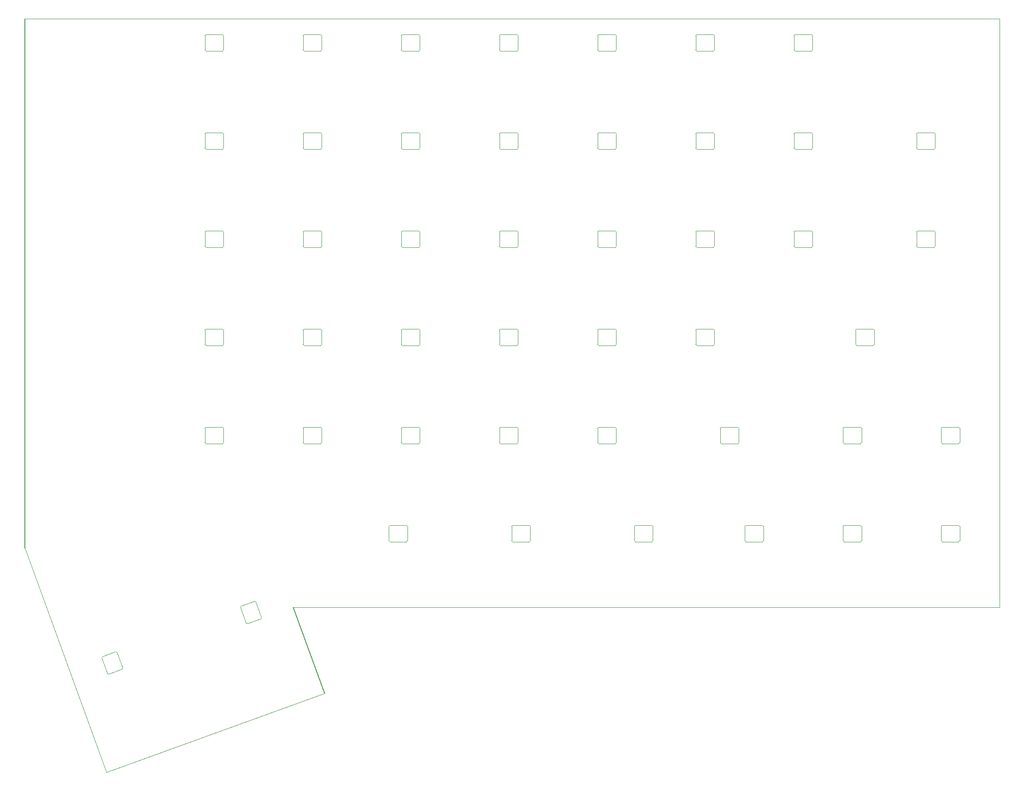
<source format=gm1>
G04 #@! TF.GenerationSoftware,KiCad,Pcbnew,(5.1.6)-1*
G04 #@! TF.CreationDate,2020-11-25T22:12:28-08:00*
G04 #@! TF.ProjectId,ortho_right,6f727468-6f5f-4726-9967-68742e6b6963,rev?*
G04 #@! TF.SameCoordinates,Original*
G04 #@! TF.FileFunction,Profile,NP*
%FSLAX46Y46*%
G04 Gerber Fmt 4.6, Leading zero omitted, Abs format (unit mm)*
G04 Created by KiCad (PCBNEW (5.1.6)-1) date 2020-11-25 22:12:28*
%MOMM*%
%LPD*%
G01*
G04 APERTURE LIST*
G04 #@! TA.AperFunction,Profile*
%ADD10C,0.150000*%
G04 #@! TD*
G04 #@! TA.AperFunction,Profile*
%ADD11C,0.050000*%
G04 #@! TD*
G04 #@! TA.AperFunction,Profile*
%ADD12C,0.120000*%
G04 #@! TD*
G04 APERTURE END LIST*
D10*
X259544500Y-145247500D02*
X253479500Y-128587500D01*
X201375000Y-14400000D02*
X201375000Y-117040000D01*
D11*
X253479500Y-128587500D02*
X390550400Y-128587500D01*
X390550400Y-14400000D02*
X201375000Y-14400000D01*
X390550400Y-128587500D02*
X390550400Y-14400000D01*
X217213000Y-160545000D02*
X259544500Y-145247500D01*
X201375000Y-117040000D02*
X217213000Y-160545000D01*
D12*
X366005600Y-77762500D02*
X362805600Y-77762500D01*
X362605600Y-77562500D02*
X362605600Y-74762500D01*
X366005600Y-74562500D02*
X362805600Y-74562500D01*
X366205600Y-77562500D02*
X366205600Y-74762500D01*
X362605600Y-74762500D02*
G75*
G02*
X362805600Y-74562500I200000J0D01*
G01*
X366005600Y-74562500D02*
G75*
G02*
X366205600Y-74762500I0J-200000D01*
G01*
X362805600Y-77762500D02*
G75*
G02*
X362605600Y-77562500I0J200000D01*
G01*
X366205600Y-77562500D02*
G75*
G02*
X366005600Y-77762500I-200000J0D01*
G01*
X244558121Y-131716056D02*
X247189261Y-130758400D01*
X247308795Y-130502057D02*
X246214331Y-127495041D01*
X243326849Y-128333163D02*
X245957988Y-127375506D01*
X244301779Y-131596522D02*
X243207314Y-128589505D01*
X244558121Y-131716056D02*
G75*
G02*
X244301779Y-131596522I-68404J187938D01*
G01*
X243207315Y-128589505D02*
G75*
G02*
X243326849Y-128333163I187938J68404D01*
G01*
X247308795Y-130502056D02*
G75*
G02*
X247189261Y-130758400I-187939J-68405D01*
G01*
X245957988Y-127375506D02*
G75*
G02*
X246214331Y-127495041I68404J-187939D01*
G01*
X219035795Y-137174384D02*
X216404655Y-138132040D01*
X216285121Y-138388383D02*
X217379585Y-141395399D01*
X220267067Y-140557277D02*
X217635928Y-141514934D01*
X219292137Y-137293918D02*
X220386602Y-140300935D01*
X219035795Y-137174384D02*
G75*
G02*
X219292137Y-137293918I68404J-187938D01*
G01*
X220386601Y-140300935D02*
G75*
G02*
X220267067Y-140557277I-187938J-68404D01*
G01*
X216285121Y-138388384D02*
G75*
G02*
X216404655Y-138132040I187939J68405D01*
G01*
X217635928Y-141514934D02*
G75*
G02*
X217379585Y-141395399I-68404J187939D01*
G01*
X382800000Y-96612500D02*
X382800000Y-93812500D01*
X382600000Y-93612500D02*
X379400000Y-93612500D01*
X379200000Y-96612500D02*
X379200000Y-93812500D01*
X382600000Y-96812500D02*
X379400000Y-96812500D01*
X379200000Y-93812500D02*
G75*
G02*
X379400000Y-93612500I200000J0D01*
G01*
X382600000Y-93612500D02*
G75*
G02*
X382800000Y-93812500I0J-200000D01*
G01*
X379400000Y-96812500D02*
G75*
G02*
X379200000Y-96612500I0J200000D01*
G01*
X382800000Y-96612500D02*
G75*
G02*
X382600000Y-96812500I-200000J0D01*
G01*
X363750000Y-96612500D02*
X363750000Y-93812500D01*
X363550000Y-93612500D02*
X360350000Y-93612500D01*
X360150000Y-96612500D02*
X360150000Y-93812500D01*
X363550000Y-96812500D02*
X360350000Y-96812500D01*
X360150000Y-93812500D02*
G75*
G02*
X360350000Y-93612500I200000J0D01*
G01*
X363550000Y-93612500D02*
G75*
G02*
X363750000Y-93812500I0J-200000D01*
G01*
X360350000Y-96812500D02*
G75*
G02*
X360150000Y-96612500I0J200000D01*
G01*
X363750000Y-96612500D02*
G75*
G02*
X363550000Y-96812500I-200000J0D01*
G01*
X339938000Y-96612500D02*
X339938000Y-93812500D01*
X339738000Y-93612500D02*
X336538000Y-93612500D01*
X336338000Y-96612500D02*
X336338000Y-93812500D01*
X339738000Y-96812500D02*
X336538000Y-96812500D01*
X339938000Y-96612500D02*
G75*
G02*
X339738000Y-96812500I-200000J0D01*
G01*
X336538000Y-96812500D02*
G75*
G02*
X336338000Y-96612500I0J200000D01*
G01*
X339738000Y-93612500D02*
G75*
G02*
X339938000Y-93812500I0J-200000D01*
G01*
X336338000Y-93812500D02*
G75*
G02*
X336538000Y-93612500I200000J0D01*
G01*
X354225000Y-20412500D02*
X354225000Y-17612500D01*
X354025000Y-17412500D02*
X350825000Y-17412500D01*
X350625000Y-20412500D02*
X350625000Y-17612500D01*
X354025000Y-20612500D02*
X350825000Y-20612500D01*
X350625000Y-17612500D02*
G75*
G02*
X350825000Y-17412500I200000J0D01*
G01*
X354025000Y-17412500D02*
G75*
G02*
X354225000Y-17612500I0J-200000D01*
G01*
X350825000Y-20612500D02*
G75*
G02*
X350625000Y-20412500I0J200000D01*
G01*
X354225000Y-20412500D02*
G75*
G02*
X354025000Y-20612500I-200000J0D01*
G01*
X382800000Y-115662500D02*
X382800000Y-112862500D01*
X382600000Y-112662500D02*
X379400000Y-112662500D01*
X379200000Y-115662500D02*
X379200000Y-112862500D01*
X382600000Y-115862500D02*
X379400000Y-115862500D01*
X379200000Y-112862500D02*
G75*
G02*
X379400000Y-112662500I200000J0D01*
G01*
X382600000Y-112662500D02*
G75*
G02*
X382800000Y-112862500I0J-200000D01*
G01*
X379400000Y-115862500D02*
G75*
G02*
X379200000Y-115662500I0J200000D01*
G01*
X382800000Y-115662500D02*
G75*
G02*
X382600000Y-115862500I-200000J0D01*
G01*
X363750000Y-115662500D02*
X363750000Y-112862500D01*
X363550000Y-112662500D02*
X360350000Y-112662500D01*
X360150000Y-115662500D02*
X360150000Y-112862500D01*
X363550000Y-115862500D02*
X360350000Y-115862500D01*
X360150000Y-112862500D02*
G75*
G02*
X360350000Y-112662500I200000J0D01*
G01*
X363550000Y-112662500D02*
G75*
G02*
X363750000Y-112862500I0J-200000D01*
G01*
X360350000Y-115862500D02*
G75*
G02*
X360150000Y-115662500I0J200000D01*
G01*
X363750000Y-115662500D02*
G75*
G02*
X363550000Y-115862500I-200000J0D01*
G01*
X344700000Y-115662500D02*
X344700000Y-112862500D01*
X344500000Y-112662500D02*
X341300000Y-112662500D01*
X341100000Y-115662500D02*
X341100000Y-112862500D01*
X344500000Y-115862500D02*
X341300000Y-115862500D01*
X341100000Y-112862500D02*
G75*
G02*
X341300000Y-112662500I200000J0D01*
G01*
X344500000Y-112662500D02*
G75*
G02*
X344700000Y-112862500I0J-200000D01*
G01*
X341300000Y-115862500D02*
G75*
G02*
X341100000Y-115662500I0J200000D01*
G01*
X344700000Y-115662500D02*
G75*
G02*
X344500000Y-115862500I-200000J0D01*
G01*
X323068500Y-115862500D02*
X319868500Y-115862500D01*
X319668500Y-115662500D02*
X319668500Y-112862500D01*
X323068500Y-112662500D02*
X319868500Y-112662500D01*
X323268500Y-115662500D02*
X323268500Y-112862500D01*
X319668500Y-112862500D02*
G75*
G02*
X319868500Y-112662500I200000J0D01*
G01*
X323068500Y-112662500D02*
G75*
G02*
X323268500Y-112862500I0J-200000D01*
G01*
X319868500Y-115862500D02*
G75*
G02*
X319668500Y-115662500I0J200000D01*
G01*
X323268500Y-115662500D02*
G75*
G02*
X323068500Y-115862500I-200000J0D01*
G01*
X239925000Y-96612500D02*
X239925000Y-93812500D01*
X239725000Y-93612500D02*
X236525000Y-93612500D01*
X236325000Y-96612500D02*
X236325000Y-93812500D01*
X239725000Y-96812500D02*
X236525000Y-96812500D01*
X236325000Y-93812500D02*
G75*
G02*
X236525000Y-93612500I200000J0D01*
G01*
X239725000Y-93612500D02*
G75*
G02*
X239925000Y-93812500I0J-200000D01*
G01*
X236525000Y-96812500D02*
G75*
G02*
X236325000Y-96612500I0J200000D01*
G01*
X239925000Y-96612500D02*
G75*
G02*
X239725000Y-96812500I-200000J0D01*
G01*
X239925000Y-77562500D02*
X239925000Y-74762500D01*
X239725000Y-74562500D02*
X236525000Y-74562500D01*
X236325000Y-77562500D02*
X236325000Y-74762500D01*
X239725000Y-77762500D02*
X236525000Y-77762500D01*
X236325000Y-74762500D02*
G75*
G02*
X236525000Y-74562500I200000J0D01*
G01*
X239725000Y-74562500D02*
G75*
G02*
X239925000Y-74762500I0J-200000D01*
G01*
X236525000Y-77762500D02*
G75*
G02*
X236325000Y-77562500I0J200000D01*
G01*
X239925000Y-77562500D02*
G75*
G02*
X239725000Y-77762500I-200000J0D01*
G01*
X378038000Y-58512500D02*
X378038000Y-55712500D01*
X377838000Y-55512500D02*
X374638000Y-55512500D01*
X374438000Y-58512500D02*
X374438000Y-55712500D01*
X377838000Y-58712500D02*
X374638000Y-58712500D01*
X378038000Y-58512500D02*
G75*
G02*
X377838000Y-58712500I-200000J0D01*
G01*
X374638000Y-58712500D02*
G75*
G02*
X374438000Y-58512500I0J200000D01*
G01*
X377838000Y-55512500D02*
G75*
G02*
X378038000Y-55712500I0J-200000D01*
G01*
X374438000Y-55712500D02*
G75*
G02*
X374638000Y-55512500I200000J0D01*
G01*
X239925000Y-58512500D02*
X239925000Y-55712500D01*
X239725000Y-55512500D02*
X236525000Y-55512500D01*
X236325000Y-58512500D02*
X236325000Y-55712500D01*
X239725000Y-58712500D02*
X236525000Y-58712500D01*
X236325000Y-55712500D02*
G75*
G02*
X236525000Y-55512500I200000J0D01*
G01*
X239725000Y-55512500D02*
G75*
G02*
X239925000Y-55712500I0J-200000D01*
G01*
X236525000Y-58712500D02*
G75*
G02*
X236325000Y-58512500I0J200000D01*
G01*
X239925000Y-58512500D02*
G75*
G02*
X239725000Y-58712500I-200000J0D01*
G01*
X378038000Y-39462500D02*
X378038000Y-36662500D01*
X377838000Y-36462500D02*
X374638000Y-36462500D01*
X374438000Y-39462500D02*
X374438000Y-36662500D01*
X377838000Y-39662500D02*
X374638000Y-39662500D01*
X378038000Y-39462500D02*
G75*
G02*
X377838000Y-39662500I-200000J0D01*
G01*
X374638000Y-39662500D02*
G75*
G02*
X374438000Y-39462500I0J200000D01*
G01*
X377838000Y-36462500D02*
G75*
G02*
X378038000Y-36662500I0J-200000D01*
G01*
X374438000Y-36662500D02*
G75*
G02*
X374638000Y-36462500I200000J0D01*
G01*
X239925000Y-39462500D02*
X239925000Y-36662500D01*
X239725000Y-36462500D02*
X236525000Y-36462500D01*
X236325000Y-39462500D02*
X236325000Y-36662500D01*
X239725000Y-39662500D02*
X236525000Y-39662500D01*
X236325000Y-36662500D02*
G75*
G02*
X236525000Y-36462500I200000J0D01*
G01*
X239725000Y-36462500D02*
G75*
G02*
X239925000Y-36662500I0J-200000D01*
G01*
X236525000Y-39662500D02*
G75*
G02*
X236325000Y-39462500I0J200000D01*
G01*
X239925000Y-39462500D02*
G75*
G02*
X239725000Y-39662500I-200000J0D01*
G01*
X239925000Y-20412500D02*
X239925000Y-17612500D01*
X239725000Y-17412500D02*
X236525000Y-17412500D01*
X236325000Y-20412500D02*
X236325000Y-17612500D01*
X239725000Y-20612500D02*
X236525000Y-20612500D01*
X236325000Y-17612500D02*
G75*
G02*
X236525000Y-17412500I200000J0D01*
G01*
X239725000Y-17412500D02*
G75*
G02*
X239925000Y-17612500I0J-200000D01*
G01*
X236525000Y-20612500D02*
G75*
G02*
X236325000Y-20412500I0J200000D01*
G01*
X239925000Y-20412500D02*
G75*
G02*
X239725000Y-20612500I-200000J0D01*
G01*
X299256000Y-115862500D02*
X296056000Y-115862500D01*
X295856000Y-115662500D02*
X295856000Y-112862500D01*
X299256000Y-112662500D02*
X296056000Y-112662500D01*
X299456000Y-115662500D02*
X299456000Y-112862500D01*
X295856000Y-112862500D02*
G75*
G02*
X296056000Y-112662500I200000J0D01*
G01*
X299256000Y-112662500D02*
G75*
G02*
X299456000Y-112862500I0J-200000D01*
G01*
X296056000Y-115862500D02*
G75*
G02*
X295856000Y-115662500I0J200000D01*
G01*
X299456000Y-115662500D02*
G75*
G02*
X299256000Y-115862500I-200000J0D01*
G01*
X275443500Y-115862500D02*
X272243500Y-115862500D01*
X272043500Y-115662500D02*
X272043500Y-112862500D01*
X275443500Y-112662500D02*
X272243500Y-112662500D01*
X275643500Y-115662500D02*
X275643500Y-112862500D01*
X272043500Y-112862500D02*
G75*
G02*
X272243500Y-112662500I200000J0D01*
G01*
X275443500Y-112662500D02*
G75*
G02*
X275643500Y-112862500I0J-200000D01*
G01*
X272243500Y-115862500D02*
G75*
G02*
X272043500Y-115662500I0J200000D01*
G01*
X275643500Y-115662500D02*
G75*
G02*
X275443500Y-115862500I-200000J0D01*
G01*
X316125000Y-96612500D02*
X316125000Y-93812500D01*
X315925000Y-93612500D02*
X312725000Y-93612500D01*
X312525000Y-96612500D02*
X312525000Y-93812500D01*
X315925000Y-96812500D02*
X312725000Y-96812500D01*
X312525000Y-93812500D02*
G75*
G02*
X312725000Y-93612500I200000J0D01*
G01*
X315925000Y-93612500D02*
G75*
G02*
X316125000Y-93812500I0J-200000D01*
G01*
X312725000Y-96812500D02*
G75*
G02*
X312525000Y-96612500I0J200000D01*
G01*
X316125000Y-96612500D02*
G75*
G02*
X315925000Y-96812500I-200000J0D01*
G01*
X297075000Y-96612500D02*
X297075000Y-93812500D01*
X296875000Y-93612500D02*
X293675000Y-93612500D01*
X293475000Y-96612500D02*
X293475000Y-93812500D01*
X296875000Y-96812500D02*
X293675000Y-96812500D01*
X293475000Y-93812500D02*
G75*
G02*
X293675000Y-93612500I200000J0D01*
G01*
X296875000Y-93612500D02*
G75*
G02*
X297075000Y-93812500I0J-200000D01*
G01*
X293675000Y-96812500D02*
G75*
G02*
X293475000Y-96612500I0J200000D01*
G01*
X297075000Y-96612500D02*
G75*
G02*
X296875000Y-96812500I-200000J0D01*
G01*
X278025000Y-96612500D02*
X278025000Y-93812500D01*
X277825000Y-93612500D02*
X274625000Y-93612500D01*
X274425000Y-96612500D02*
X274425000Y-93812500D01*
X277825000Y-96812500D02*
X274625000Y-96812500D01*
X274425000Y-93812500D02*
G75*
G02*
X274625000Y-93612500I200000J0D01*
G01*
X277825000Y-93612500D02*
G75*
G02*
X278025000Y-93812500I0J-200000D01*
G01*
X274625000Y-96812500D02*
G75*
G02*
X274425000Y-96612500I0J200000D01*
G01*
X278025000Y-96612500D02*
G75*
G02*
X277825000Y-96812500I-200000J0D01*
G01*
X258975000Y-96612500D02*
X258975000Y-93812500D01*
X258775000Y-93612500D02*
X255575000Y-93612500D01*
X255375000Y-96612500D02*
X255375000Y-93812500D01*
X258775000Y-96812500D02*
X255575000Y-96812500D01*
X255375000Y-93812500D02*
G75*
G02*
X255575000Y-93612500I200000J0D01*
G01*
X258775000Y-93612500D02*
G75*
G02*
X258975000Y-93812500I0J-200000D01*
G01*
X255575000Y-96812500D02*
G75*
G02*
X255375000Y-96612500I0J200000D01*
G01*
X258975000Y-96612500D02*
G75*
G02*
X258775000Y-96812500I-200000J0D01*
G01*
X335175000Y-77562500D02*
X335175000Y-74762500D01*
X334975000Y-74562500D02*
X331775000Y-74562500D01*
X331575000Y-77562500D02*
X331575000Y-74762500D01*
X334975000Y-77762500D02*
X331775000Y-77762500D01*
X331575000Y-74762500D02*
G75*
G02*
X331775000Y-74562500I200000J0D01*
G01*
X334975000Y-74562500D02*
G75*
G02*
X335175000Y-74762500I0J-200000D01*
G01*
X331775000Y-77762500D02*
G75*
G02*
X331575000Y-77562500I0J200000D01*
G01*
X335175000Y-77562500D02*
G75*
G02*
X334975000Y-77762500I-200000J0D01*
G01*
X316125000Y-77562500D02*
X316125000Y-74762500D01*
X315925000Y-74562500D02*
X312725000Y-74562500D01*
X312525000Y-77562500D02*
X312525000Y-74762500D01*
X315925000Y-77762500D02*
X312725000Y-77762500D01*
X312525000Y-74762500D02*
G75*
G02*
X312725000Y-74562500I200000J0D01*
G01*
X315925000Y-74562500D02*
G75*
G02*
X316125000Y-74762500I0J-200000D01*
G01*
X312725000Y-77762500D02*
G75*
G02*
X312525000Y-77562500I0J200000D01*
G01*
X316125000Y-77562500D02*
G75*
G02*
X315925000Y-77762500I-200000J0D01*
G01*
X297075000Y-77562500D02*
X297075000Y-74762500D01*
X296875000Y-74562500D02*
X293675000Y-74562500D01*
X293475000Y-77562500D02*
X293475000Y-74762500D01*
X296875000Y-77762500D02*
X293675000Y-77762500D01*
X293475000Y-74762500D02*
G75*
G02*
X293675000Y-74562500I200000J0D01*
G01*
X296875000Y-74562500D02*
G75*
G02*
X297075000Y-74762500I0J-200000D01*
G01*
X293675000Y-77762500D02*
G75*
G02*
X293475000Y-77562500I0J200000D01*
G01*
X297075000Y-77562500D02*
G75*
G02*
X296875000Y-77762500I-200000J0D01*
G01*
X278025000Y-77562500D02*
X278025000Y-74762500D01*
X277825000Y-74562500D02*
X274625000Y-74562500D01*
X274425000Y-77562500D02*
X274425000Y-74762500D01*
X277825000Y-77762500D02*
X274625000Y-77762500D01*
X274425000Y-74762500D02*
G75*
G02*
X274625000Y-74562500I200000J0D01*
G01*
X277825000Y-74562500D02*
G75*
G02*
X278025000Y-74762500I0J-200000D01*
G01*
X274625000Y-77762500D02*
G75*
G02*
X274425000Y-77562500I0J200000D01*
G01*
X278025000Y-77562500D02*
G75*
G02*
X277825000Y-77762500I-200000J0D01*
G01*
X258975000Y-77562500D02*
X258975000Y-74762500D01*
X258775000Y-74562500D02*
X255575000Y-74562500D01*
X255375000Y-77562500D02*
X255375000Y-74762500D01*
X258775000Y-77762500D02*
X255575000Y-77762500D01*
X255375000Y-74762500D02*
G75*
G02*
X255575000Y-74562500I200000J0D01*
G01*
X258775000Y-74562500D02*
G75*
G02*
X258975000Y-74762500I0J-200000D01*
G01*
X255575000Y-77762500D02*
G75*
G02*
X255375000Y-77562500I0J200000D01*
G01*
X258975000Y-77562500D02*
G75*
G02*
X258775000Y-77762500I-200000J0D01*
G01*
X354225000Y-58512500D02*
X354225000Y-55712500D01*
X354025000Y-55512500D02*
X350825000Y-55512500D01*
X350625000Y-58512500D02*
X350625000Y-55712500D01*
X354025000Y-58712500D02*
X350825000Y-58712500D01*
X350625000Y-55712500D02*
G75*
G02*
X350825000Y-55512500I200000J0D01*
G01*
X354025000Y-55512500D02*
G75*
G02*
X354225000Y-55712500I0J-200000D01*
G01*
X350825000Y-58712500D02*
G75*
G02*
X350625000Y-58512500I0J200000D01*
G01*
X354225000Y-58512500D02*
G75*
G02*
X354025000Y-58712500I-200000J0D01*
G01*
X335175000Y-58512500D02*
X335175000Y-55712500D01*
X334975000Y-55512500D02*
X331775000Y-55512500D01*
X331575000Y-58512500D02*
X331575000Y-55712500D01*
X334975000Y-58712500D02*
X331775000Y-58712500D01*
X331575000Y-55712500D02*
G75*
G02*
X331775000Y-55512500I200000J0D01*
G01*
X334975000Y-55512500D02*
G75*
G02*
X335175000Y-55712500I0J-200000D01*
G01*
X331775000Y-58712500D02*
G75*
G02*
X331575000Y-58512500I0J200000D01*
G01*
X335175000Y-58512500D02*
G75*
G02*
X334975000Y-58712500I-200000J0D01*
G01*
X316125000Y-58512500D02*
X316125000Y-55712500D01*
X315925000Y-55512500D02*
X312725000Y-55512500D01*
X312525000Y-58512500D02*
X312525000Y-55712500D01*
X315925000Y-58712500D02*
X312725000Y-58712500D01*
X312525000Y-55712500D02*
G75*
G02*
X312725000Y-55512500I200000J0D01*
G01*
X315925000Y-55512500D02*
G75*
G02*
X316125000Y-55712500I0J-200000D01*
G01*
X312725000Y-58712500D02*
G75*
G02*
X312525000Y-58512500I0J200000D01*
G01*
X316125000Y-58512500D02*
G75*
G02*
X315925000Y-58712500I-200000J0D01*
G01*
X297075000Y-58512500D02*
X297075000Y-55712500D01*
X296875000Y-55512500D02*
X293675000Y-55512500D01*
X293475000Y-58512500D02*
X293475000Y-55712500D01*
X296875000Y-58712500D02*
X293675000Y-58712500D01*
X293475000Y-55712500D02*
G75*
G02*
X293675000Y-55512500I200000J0D01*
G01*
X296875000Y-55512500D02*
G75*
G02*
X297075000Y-55712500I0J-200000D01*
G01*
X293675000Y-58712500D02*
G75*
G02*
X293475000Y-58512500I0J200000D01*
G01*
X297075000Y-58512500D02*
G75*
G02*
X296875000Y-58712500I-200000J0D01*
G01*
X278025000Y-58512500D02*
X278025000Y-55712500D01*
X277825000Y-55512500D02*
X274625000Y-55512500D01*
X274425000Y-58512500D02*
X274425000Y-55712500D01*
X277825000Y-58712500D02*
X274625000Y-58712500D01*
X274425000Y-55712500D02*
G75*
G02*
X274625000Y-55512500I200000J0D01*
G01*
X277825000Y-55512500D02*
G75*
G02*
X278025000Y-55712500I0J-200000D01*
G01*
X274625000Y-58712500D02*
G75*
G02*
X274425000Y-58512500I0J200000D01*
G01*
X278025000Y-58512500D02*
G75*
G02*
X277825000Y-58712500I-200000J0D01*
G01*
X258975000Y-58512500D02*
X258975000Y-55712500D01*
X258775000Y-55512500D02*
X255575000Y-55512500D01*
X255375000Y-58512500D02*
X255375000Y-55712500D01*
X258775000Y-58712500D02*
X255575000Y-58712500D01*
X255375000Y-55712500D02*
G75*
G02*
X255575000Y-55512500I200000J0D01*
G01*
X258775000Y-55512500D02*
G75*
G02*
X258975000Y-55712500I0J-200000D01*
G01*
X255575000Y-58712500D02*
G75*
G02*
X255375000Y-58512500I0J200000D01*
G01*
X258975000Y-58512500D02*
G75*
G02*
X258775000Y-58712500I-200000J0D01*
G01*
X354225000Y-39462500D02*
X354225000Y-36662500D01*
X354025000Y-36462500D02*
X350825000Y-36462500D01*
X350625000Y-39462500D02*
X350625000Y-36662500D01*
X354025000Y-39662500D02*
X350825000Y-39662500D01*
X350625000Y-36662500D02*
G75*
G02*
X350825000Y-36462500I200000J0D01*
G01*
X354025000Y-36462500D02*
G75*
G02*
X354225000Y-36662500I0J-200000D01*
G01*
X350825000Y-39662500D02*
G75*
G02*
X350625000Y-39462500I0J200000D01*
G01*
X354225000Y-39462500D02*
G75*
G02*
X354025000Y-39662500I-200000J0D01*
G01*
X335175000Y-39462500D02*
X335175000Y-36662500D01*
X334975000Y-36462500D02*
X331775000Y-36462500D01*
X331575000Y-39462500D02*
X331575000Y-36662500D01*
X334975000Y-39662500D02*
X331775000Y-39662500D01*
X331575000Y-36662500D02*
G75*
G02*
X331775000Y-36462500I200000J0D01*
G01*
X334975000Y-36462500D02*
G75*
G02*
X335175000Y-36662500I0J-200000D01*
G01*
X331775000Y-39662500D02*
G75*
G02*
X331575000Y-39462500I0J200000D01*
G01*
X335175000Y-39462500D02*
G75*
G02*
X334975000Y-39662500I-200000J0D01*
G01*
X316125000Y-39462500D02*
X316125000Y-36662500D01*
X315925000Y-36462500D02*
X312725000Y-36462500D01*
X312525000Y-39462500D02*
X312525000Y-36662500D01*
X315925000Y-39662500D02*
X312725000Y-39662500D01*
X312525000Y-36662500D02*
G75*
G02*
X312725000Y-36462500I200000J0D01*
G01*
X315925000Y-36462500D02*
G75*
G02*
X316125000Y-36662500I0J-200000D01*
G01*
X312725000Y-39662500D02*
G75*
G02*
X312525000Y-39462500I0J200000D01*
G01*
X316125000Y-39462500D02*
G75*
G02*
X315925000Y-39662500I-200000J0D01*
G01*
X297075000Y-39462500D02*
X297075000Y-36662500D01*
X296875000Y-36462500D02*
X293675000Y-36462500D01*
X293475000Y-39462500D02*
X293475000Y-36662500D01*
X296875000Y-39662500D02*
X293675000Y-39662500D01*
X293475000Y-36662500D02*
G75*
G02*
X293675000Y-36462500I200000J0D01*
G01*
X296875000Y-36462500D02*
G75*
G02*
X297075000Y-36662500I0J-200000D01*
G01*
X293675000Y-39662500D02*
G75*
G02*
X293475000Y-39462500I0J200000D01*
G01*
X297075000Y-39462500D02*
G75*
G02*
X296875000Y-39662500I-200000J0D01*
G01*
X278025000Y-39462500D02*
X278025000Y-36662500D01*
X277825000Y-36462500D02*
X274625000Y-36462500D01*
X274425000Y-39462500D02*
X274425000Y-36662500D01*
X277825000Y-39662500D02*
X274625000Y-39662500D01*
X274425000Y-36662500D02*
G75*
G02*
X274625000Y-36462500I200000J0D01*
G01*
X277825000Y-36462500D02*
G75*
G02*
X278025000Y-36662500I0J-200000D01*
G01*
X274625000Y-39662500D02*
G75*
G02*
X274425000Y-39462500I0J200000D01*
G01*
X278025000Y-39462500D02*
G75*
G02*
X277825000Y-39662500I-200000J0D01*
G01*
X258975000Y-39462500D02*
X258975000Y-36662500D01*
X258775000Y-36462500D02*
X255575000Y-36462500D01*
X255375000Y-39462500D02*
X255375000Y-36662500D01*
X258775000Y-39662500D02*
X255575000Y-39662500D01*
X255375000Y-36662500D02*
G75*
G02*
X255575000Y-36462500I200000J0D01*
G01*
X258775000Y-36462500D02*
G75*
G02*
X258975000Y-36662500I0J-200000D01*
G01*
X255575000Y-39662500D02*
G75*
G02*
X255375000Y-39462500I0J200000D01*
G01*
X258975000Y-39462500D02*
G75*
G02*
X258775000Y-39662500I-200000J0D01*
G01*
X335175000Y-20412500D02*
X335175000Y-17612500D01*
X334975000Y-17412500D02*
X331775000Y-17412500D01*
X331575000Y-20412500D02*
X331575000Y-17612500D01*
X334975000Y-20612500D02*
X331775000Y-20612500D01*
X331575000Y-17612500D02*
G75*
G02*
X331775000Y-17412500I200000J0D01*
G01*
X334975000Y-17412500D02*
G75*
G02*
X335175000Y-17612500I0J-200000D01*
G01*
X331775000Y-20612500D02*
G75*
G02*
X331575000Y-20412500I0J200000D01*
G01*
X335175000Y-20412500D02*
G75*
G02*
X334975000Y-20612500I-200000J0D01*
G01*
X316125000Y-20412500D02*
X316125000Y-17612500D01*
X315925000Y-17412500D02*
X312725000Y-17412500D01*
X312525000Y-20412500D02*
X312525000Y-17612500D01*
X315925000Y-20612500D02*
X312725000Y-20612500D01*
X312525000Y-17612500D02*
G75*
G02*
X312725000Y-17412500I200000J0D01*
G01*
X315925000Y-17412500D02*
G75*
G02*
X316125000Y-17612500I0J-200000D01*
G01*
X312725000Y-20612500D02*
G75*
G02*
X312525000Y-20412500I0J200000D01*
G01*
X316125000Y-20412500D02*
G75*
G02*
X315925000Y-20612500I-200000J0D01*
G01*
X297075000Y-20412500D02*
X297075000Y-17612500D01*
X296875000Y-17412500D02*
X293675000Y-17412500D01*
X293475000Y-20412500D02*
X293475000Y-17612500D01*
X296875000Y-20612500D02*
X293675000Y-20612500D01*
X293475000Y-17612500D02*
G75*
G02*
X293675000Y-17412500I200000J0D01*
G01*
X296875000Y-17412500D02*
G75*
G02*
X297075000Y-17612500I0J-200000D01*
G01*
X293675000Y-20612500D02*
G75*
G02*
X293475000Y-20412500I0J200000D01*
G01*
X297075000Y-20412500D02*
G75*
G02*
X296875000Y-20612500I-200000J0D01*
G01*
X278025000Y-20412500D02*
X278025000Y-17612500D01*
X277825000Y-17412500D02*
X274625000Y-17412500D01*
X274425000Y-20412500D02*
X274425000Y-17612500D01*
X277825000Y-20612500D02*
X274625000Y-20612500D01*
X274425000Y-17612500D02*
G75*
G02*
X274625000Y-17412500I200000J0D01*
G01*
X277825000Y-17412500D02*
G75*
G02*
X278025000Y-17612500I0J-200000D01*
G01*
X274625000Y-20612500D02*
G75*
G02*
X274425000Y-20412500I0J200000D01*
G01*
X278025000Y-20412500D02*
G75*
G02*
X277825000Y-20612500I-200000J0D01*
G01*
X258975000Y-20412500D02*
X258975000Y-17612500D01*
X258775000Y-17412500D02*
X255575000Y-17412500D01*
X255375000Y-20412500D02*
X255375000Y-17612500D01*
X258775000Y-20612500D02*
X255575000Y-20612500D01*
X255375000Y-17612500D02*
G75*
G02*
X255575000Y-17412500I200000J0D01*
G01*
X258775000Y-17412500D02*
G75*
G02*
X258975000Y-17612500I0J-200000D01*
G01*
X255575000Y-20612500D02*
G75*
G02*
X255375000Y-20412500I0J200000D01*
G01*
X258975000Y-20412500D02*
G75*
G02*
X258775000Y-20612500I-200000J0D01*
G01*
M02*

</source>
